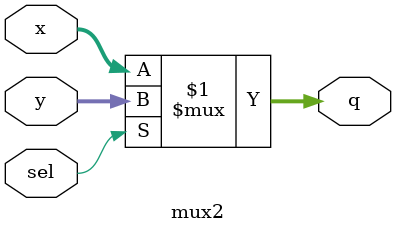
<source format=v>
module mux2(x,y,sel,q);

//port declaration
input[15 : 0] x,y;
input sel;
output[15 : 0] q;

//wire declaration
wire [15 : 0 ] q;

//contents of the module
assign q = sel ? y : x ;

endmodule
</source>
